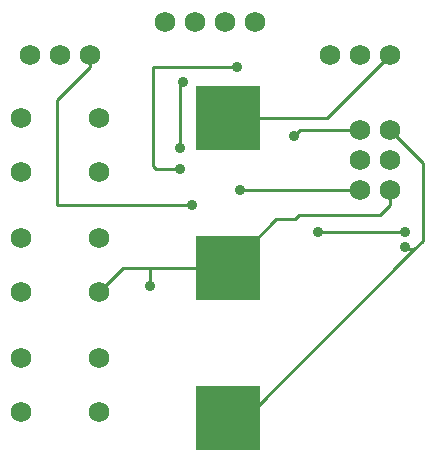
<source format=gbl>
G04 (created by PCBNEW (2013-may-18)-stable) date Fri 29 Jul 2016 08:50:58 PM PDT*
%MOIN*%
G04 Gerber Fmt 3.4, Leading zero omitted, Abs format*
%FSLAX34Y34*%
G01*
G70*
G90*
G04 APERTURE LIST*
%ADD10C,0.00590551*%
%ADD11R,0.216535X0.216535*%
%ADD12C,0.0688976*%
%ADD13C,0.035*%
%ADD14C,0.01*%
G04 APERTURE END LIST*
G54D10*
G54D11*
X40600Y-28100D03*
X40600Y-33100D03*
X40600Y-23100D03*
G54D12*
X45000Y-24500D03*
X46000Y-24500D03*
X46000Y-23500D03*
X45000Y-23500D03*
X45000Y-25500D03*
X46000Y-25500D03*
X33700Y-31100D03*
X36300Y-31100D03*
X36300Y-32900D03*
X33700Y-32900D03*
X33700Y-27100D03*
X36300Y-27100D03*
X36300Y-28900D03*
X33700Y-28900D03*
X33700Y-23100D03*
X36300Y-23100D03*
X36300Y-24900D03*
X33700Y-24900D03*
X45000Y-21000D03*
X46000Y-21000D03*
X44000Y-21000D03*
X35000Y-21000D03*
X36000Y-21000D03*
X34000Y-21000D03*
X41500Y-19900D03*
X40500Y-19900D03*
X39500Y-19900D03*
X38500Y-19900D03*
G54D13*
X46500Y-26900D03*
X43600Y-26900D03*
X41000Y-25500D03*
X38000Y-28700D03*
X39000Y-24100D03*
X39100Y-21900D03*
X39400Y-26000D03*
X39000Y-24800D03*
X40900Y-21400D03*
X42800Y-23700D03*
X46496Y-27401D03*
G54D14*
X43600Y-26900D02*
X46500Y-26900D01*
X45000Y-25500D02*
X41000Y-25500D01*
X46000Y-25500D02*
X46000Y-26007D01*
X42203Y-26496D02*
X40600Y-28100D01*
X42834Y-26496D02*
X42203Y-26496D01*
X42992Y-26338D02*
X42834Y-26496D01*
X45669Y-26338D02*
X42992Y-26338D01*
X46000Y-26007D02*
X45669Y-26338D01*
X38000Y-28100D02*
X38000Y-28700D01*
X40600Y-28100D02*
X38000Y-28100D01*
X38000Y-28100D02*
X37100Y-28100D01*
X37100Y-28100D02*
X36300Y-28900D01*
X39000Y-22000D02*
X39000Y-24100D01*
X39100Y-21900D02*
X39000Y-22000D01*
X36000Y-21000D02*
X36000Y-21400D01*
X34900Y-26000D02*
X39400Y-26000D01*
X34900Y-22500D02*
X34900Y-26000D01*
X36000Y-21400D02*
X34900Y-22500D01*
X38200Y-24800D02*
X39000Y-24800D01*
X38100Y-24700D02*
X38200Y-24800D01*
X38100Y-21400D02*
X38100Y-24700D01*
X40900Y-21400D02*
X38100Y-21400D01*
X43000Y-23500D02*
X45000Y-23500D01*
X42800Y-23700D02*
X43000Y-23500D01*
X46579Y-27484D02*
X46815Y-27484D01*
X46496Y-27401D02*
X46579Y-27484D01*
X40600Y-33100D02*
X41200Y-33100D01*
X47100Y-24600D02*
X46000Y-23500D01*
X47100Y-27200D02*
X47100Y-24600D01*
X41200Y-33100D02*
X46815Y-27484D01*
X46815Y-27484D02*
X47100Y-27200D01*
X40600Y-23100D02*
X43900Y-23100D01*
X43900Y-23100D02*
X46000Y-21000D01*
M02*

</source>
